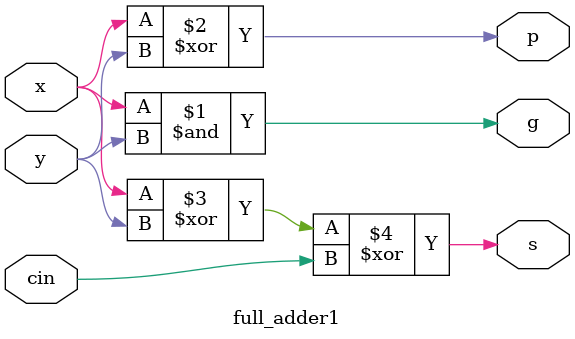
<source format=sv>
module carry_lookahead_adder
(
    input   logic[15:0]     A,
    input   logic[15:0]     B,
    output  logic[15:0]     Sum,
    output  logic           CO
);

    /* TODO
     *
     * Insert code here to implement a CLA adder.
     * Your code should be completly combinational (don't use always_ff or always_latch).
     * Feel free to create sub-modules or other files. */
	  logic C0, C4, C8, C12;
	  logic Pg0, Pg4, Pg8, Pg12;
	  logic Gg0, Gg4, Gg8, Gg12;
	  
	  always_comb
	  begin
	  C4 = Gg0 | (0&Pg0);
	  C8 = Gg4 | (Gg0&Pg4) | (0&Pg0&Pg4);
	  C12 = Gg8 | (Gg4&Pg8) | (Gg0&Pg4&Pg8) | (0&Pg0&Pg4&Pg8);
	  CO = Gg12 | (Gg8&Pg12) | (Gg4&Pg8&Pg12) | (Gg0&Pg4&Pg8&Pg12) | (0&Pg0&Pg4&Pg8&Pg12);
	  end
	  
	  
	  four_bit_cla F0(.x(A[3:0]), .y(B[3:0]), .cin(0), .s(Sum[3:0]), .Pg(Pg0), .Gg(Gg0));
	  four_bit_cla F1(.x(A[7:4]), .y(B[7:4]), .cin(C4), .s(Sum[7:4]), .Pg(Pg4), .Gg(Gg4));
	  four_bit_cla F2(.x(A[11:8]), .y(B[11:8]), .cin(C8), .s(Sum[11:8]), .Pg(Pg8), .Gg(Gg8));
	  four_bit_cla F3(.x(A[15:12]), .y(B[15:12]), .cin(C12), .s(Sum[15:12]), .Pg(Pg12), .Gg(Gg12));
	  
endmodule



module four_bit_cla
(
	input [3:0] x,
	input [3:0] y,
	input cin,
	output logic[3:0] s,
	output logic Pg,
	output logic Gg
);
	logic g0, g1, g2, g3;
	logic p0, p1, p2, p3;
	logic c1, c2, c3;
	
	always_comb
	begin
	c1 = (cin&p0) | g0;
	c2 = (cin&p0&p1) | (g0&p1) | g1;
	c3 = (cin&p0&p1&p2) | (g0&p1&p2) | (g1&p2) | g2;
	end
	
	full_adder1 f0(.x(x[0]), .y(y[0]), .cin(cin), .p(p0), .g(g0), .s(s[0]));
	full_adder1 f1(.x(x[1]), .y(y[1]), .cin(c1), .p(p1), .g(g1), .s(s[1]));
	full_adder1 f2(.x(x[2]), .y(y[2]), .cin(c2), .p(p2), .g(g2), .s(s[2]));
	full_adder1 f3(.x(x[3]), .y(y[3]), .cin(c3), .p(p3), .g(g3), .s(s[3]));
	
	assign Pg = p0&p1&p2&p3;
	assign Gg = g3 | (g2&p3) | (g1&p2&p3) | (g0&p1&p2&p3);
	 
endmodule


module full_adder1
(
	input x,
	input y,
	input cin,
	output p,
	output g,
	output s 
);
	assign g = x&y;
	assign p = x^y;
	assign s = x^y^cin;


endmodule

</source>
